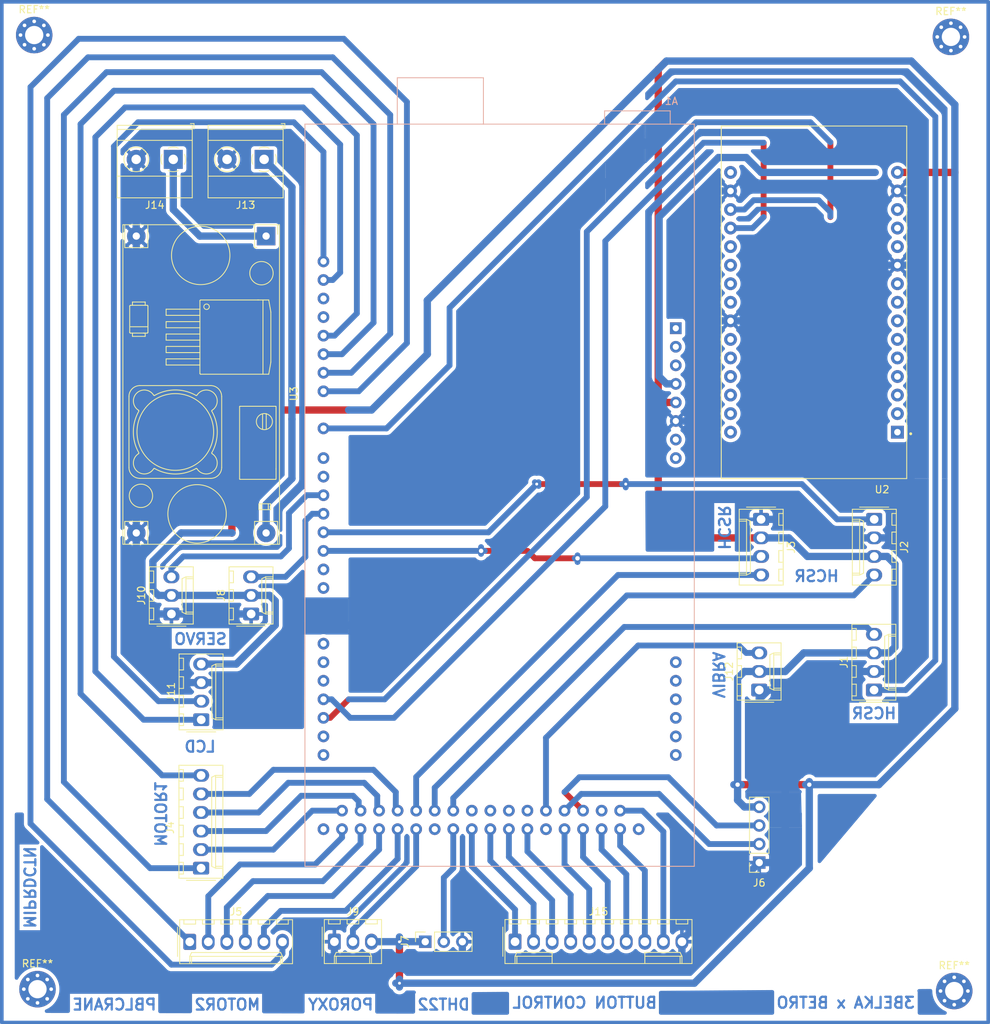
<source format=kicad_pcb>
(kicad_pcb (version 20221018) (generator pcbnew)
  (layers (0 "F.Cu" signal) (31 "B.Cu" signal) (34 "B.Paste" user) (35 "F.Paste" user) (36 "B.SilkS" user "B.Silkscreen") (37 "F.SilkS" user "F.Silkscreen") (38 "B.Mask" user) (39 "F.Mask" user) (44 "Edge.Cuts" user))
  (net 0 "")
  (net 1 "+5V")
  (net 2 "/Triq")
  (net 3 "/Echo")
  (net 4 "GND")
  (net 5 "/Triq1")
  (net 6 "/Echo1")
  (net 7 "/Triq2")
  (net 8 "/Echo2")
  (net 9 "/ENAa")
  (net 10 "/IN1a")
  (net 11 "/IN2a")
  (net 12 "/IN3a")
  (net 13 "/IN4a")
  (net 14 "/ENBa")
  (net 15 "/ENAb")
  (net 16 "/IN1b")
  (net 17 "/IN2b")
  (net 18 "/IN3b")
  (net 19 "/IN4b")
  (net 20 "/ENBb")
  (net 21 "/D_Sen5")
  (net 22 "/D_Sen4")
  (net 23 "/Sda")
  (net 24 "/Scl")
  (net 25 "/D_Sen3")
  (net 26 "/D_Sen2{slash}DT")
  (net 27 "/TX")
  (net 28 "/RX")
  (net 38 "/Sw9")
  (net 40 "/Sw7")
  (net 41 "/Sw8")
  (net 42 "/Sw5")
  (net 43 "/Sw6")
  (net 44 "/Sw3")
  (net 45 "/Sw4")
  (net 46 "/Sw1")
  (net 47 "/Sw2")
  (net 48 "/Sck{slash}Clk")
  (net 67 "Net-(U2-3V3-Pad11)")
  (net 86 "+3.3V")
  (net 87 "/D4_Servo")
  (net 90 "/D7_Servo")
  (net 94 "+12V")
  (net 95 "VCC")
  (footprint "TerminalBlock_Phoenix:TerminalBlock_Phoenix_MKDS-1,5-2-5.08_1x02_P5.08mm_Horizontal" (layer "F.Cu") (at 46.091 33.759726 180)
    (fp_text reference "J13")
    (fp_text value "V to mega")
  )
  (footprint "ESP 8266:MODULE_ZC563900" (layer "F.Cu") (at 121.41 53.323726 180)
    (fp_text reference "U2")
    (fp_text value "ZC563900")
  )
  (footprint "Connector_PinSocket_2.54mm:PinSocket_1x03_P2.54mm_Vertical" (layer "F.Cu") (at 68.159761 140.855749 90)
    (fp_text reference "J7")
    (fp_text value "Sen5_DHT22")
  )
  (footprint "Connector_PinSocket_2.54mm:PinSocket_1x04_P2.54mm_Vertical" (layer "F.Cu") (at 113.909 130.025726 180)
    (fp_text reference "J6")
    (fp_text value "Sen2_Load cell3")
  )
  (footprint "MountingHole:MountingHole_2.5mm_Pad_Via" (layer "F.Cu") (at 140.620175 147.607551)
    (fp_text reference "REF**")
    (fp_text value "hole")
  )
  (footprint "Connector_Molex:Molex_KK-254_AE-6410-03A_1x03_P2.54mm_Vertical" (layer "F.Cu") (at 33.391 95.989726 90)
    (fp_text reference "J10")
    (fp_text value "Servo_gripper")
  )
  (footprint "Connector_Molex:Molex_KK-254_AE-6410-10A_1x10_P2.54mm_Vertical" (layer "F.Cu") (at 80.460577 140.855749)
    (fp_text reference "J15")
    (fp_text value "Button Control")
  )
  (footprint "Connector_Molex:Molex_KK-254_AE-6410-06A_1x06_P2.54mm_Vertical" (layer "F.Cu") (at 35.901761 140.875749)
    (fp_text reference "J5")
    (fp_text value "Motor Driver2")
  )
  (footprint "MountingHole:MountingHole_2.5mm_Pad_Via" (layer "F.Cu") (at 14.595 16.741726)
    (fp_text reference "REF**")
    (fp_text value "hole")
  )
  (footprint "TerminalBlock_Phoenix:TerminalBlock_Phoenix_MKDS-1,5-2-5.08_1x02_P5.08mm_Horizontal" (layer "F.Cu") (at 33.645 33.759726 180)
    (fp_text reference "J14")
    (fp_text value "V_Sumber")
  )
  (footprint "stepdown:YAAJ_DCDC_StepDown_LM2596" (layer "F.Cu") (at 46.36 44.258726 -90)
    (fp_text reference "U3")
    (fp_text value "YAAJ_DCDC_StepDown_LM2596")
  )
  (footprint "Connector_Molex:Molex_KK-254_AE-6410-04A_1x04_P2.54mm_Vertical" (layer "F.Cu") (at 114.163 83.035726 -90)
    (fp_text reference "J3")
    (fp_text value "Hcsr_sen1")
  )
  (footprint "Connector_Molex:Molex_KK-254_AE-6410-04A_1x04_P2.54mm_Vertical" (layer "F.Cu") (at 129.637 106.403726 90)
    (fp_text reference "J1")
    (fp_text value "Hcsr_sen1")
  )
  (footprint "Connector_Molex:Molex_KK-254_AE-6410-03A_1x03_P2.54mm_Vertical" (layer "F.Cu") (at 113.909 106.403726 90)
    (fp_text reference "J12")
    (fp_text value "Sen3_Vibration")
  )
  (footprint "MountingHole:MountingHole_2.5mm_Pad_Via" (layer "F.Cu") (at 15.047175 147.353551)
    (fp_text reference "REF**")
    (fp_text value "hole")
  )
  (footprint "Connector_Molex:Molex_KK-254_AE-6410-03A_1x03_P2.54mm_Vertical" (layer "F.Cu") (at 44.313 95.989726 90)
    (fp_text reference "J8")
    (fp_text value "Servo_gripper")
  )
  (footprint "Connector_Molex:Molex_KK-254_AE-6410-04A_1x04_P2.54mm_Vertical" (layer "F.Cu") (at 129.657 83.035726 -90)
    (fp_text reference "J2")
    (fp_text value "Hcsr_sen1")
  )
  (footprint "MountingHole:MountingHole_2.5mm_Pad_Via" (layer "F.Cu") (at 140.168 16.995726)
    (fp_text reference "REF**")
    (fp_text value "hole")
  )
  (footprint "Connector_Molex:Molex_KK-254_AE-6410-03A_1x03_P2.54mm_Vertical" (layer "F.Cu") (at 55.713761 140.855749)
    (fp_text reference "J9")
    (fp_text value "Sen4_ProxiKapasitif")
  )
  (footprint "Connector_Molex:Molex_KK-254_AE-6410-04A_1x04_P2.54mm_Vertical" (layer "F.Cu") (at 37.475 110.467726 90)
    (fp_text reference "J11")
    (fp_text value "LCD_16x2")
  )
  (footprint "Connector_Molex:Molex_KK-254_AE-6410-06A_1x06_P2.54mm_Vertical" (layer "F.Cu") (at 37.455 130.787726 90)
    (fp_text reference "J4")
    (fp_text value "Motor Driver1")
  )
  (footprint "Arduino mega:ARDUINO_A000067" (layer "B.Cu") (at 78.349 79.733726 180)
    (fp_text reference "A1")
    (fp_text value "A000067")
  )
  (gr_rect (start 10.16 12.192) (end 145.278 151.92) (stroke (width 0.5)) (fill none) (layer "B.Cu"))
  (gr_text "HCSR" (at 124.968 91.694) (layer "B.Cu") (effects (font (size 1.5 1.5) (thickness 0.3) bold) (justify left bottom mirror)))
  (gr_text "HCSR" (at 108.204 87.376 -90) (layer "B.Cu") (effects (font (size 1.5 1.5) (thickness 0.3) bold) (justify left bottom mirror)))
  (gr_text "DHT22" (at 74.412 150.345726) (layer "B.Cu") (effects (font (size 1.5 1.5) (thickness 0.3) bold) (justify left bottom mirror)))
  (gr_text "MIPRDCTN" (at 13.048726 139.184 270) (layer "B.Cu") (effects (font (size 1.5 1.5) (thickness 0.3) bold) (justify left bottom mirror)))
  (gr_text "MOTOR2" (at 45.71 150.345726) (layer "B.Cu") (effects (font (size 1.5 1.5) (thickness 0.3) bold) (justify left bottom mirror)))
  (gr_text "POROXY" (at 61.204 150.345726) (layer "B.Cu") (effects (font (size 1.5 1.5) (thickness 0.3) bold) (justify left bottom mirror)))
  (gr_text "HCSR" (at 132.842 110.49) (layer "B.Cu") (effects (font (size 1.5 1.5) (thickness 0.3) bold) (justify left bottom mirror)))
  (gr_text "SERVO" (at 41.138 100.307726) (layer "B.Cu") (effects (font (size 1.5 1.5) (thickness 0.3) bold) (justify left bottom mirror)))
  (gr_text "LCD" (at 39.614 115.039726) (layer "B.Cu") (effects (font (size 1.5 1.5) (thickness 0.3) bold) (justify left bottom mirror)))
  (gr_text "3BELKA x BETRO  " (at 135.372 150.091726) (layer "B.Cu") (effects (font (size 1.5 1.5) (thickness 0.3) bold) (justify left bottom mirror)))
  (gr_text "VIBRA" (at 107.432 107.673726 -90) (layer "B.Cu") (effects (font (size 1.5 1.5) (thickness 0.3) bold) (justify left bottom mirror)))
  (gr_text "PBLCRANE" (at 31.486 150.345726) (layer "B.Cu") (effects (font (size 1.5 1.5) (thickness 0.3) bold) (justify left bottom mirror)))
  (gr_text "BUTTON CONTROL" (at 100.066 150.091726) (layer "B.Cu") (effects (font (size 1.5 1.5) (thickness 0.3) bold) (justify left bottom mirror)))
  (gr_text "MOTOR1" (at 30.978 127.993726 270) (layer "B.Cu") (effects (font (size 1.5 1.5) (thickness 0.3) bold) (justify left bottom mirror)))
  (segment (start 64.625807 146.528533) (end 64.633 146.535726) (width 1) (layer "F.Cu") (net 1))
  (segment (start 114.163 85.575726) (end 102.339726 85.575726) (width 1) (layer "F.Cu") (net 1))
  (segment (start 101.092 67.033726) (end 100.076 67.033726) (width 1) (layer "F.Cu") (net 1))
  (segment (start 102.339726 85.575726) (end 100.076 83.312) (width 1) (layer "F.Cu") (net 1))
  (segment (start 45.466 68.072) (end 57.658 68.072) (width 1) (layer "F.Cu") (net 1))
  (segment (start 100.076 68.072) (end 100.076 66.04) (width 1) (layer "F.Cu") (net 1))
  (segment (start 41.677073 71.860927) (end 45.466 68.072) (width 1) (layer "F.Cu") (net 1))
  (segment (start 102.479 67.033726) (end 101.092 67.033726) (width 1) (layer "F.Cu") (net 1))
  (segment (start 100.076 66.04) (end 100.076 21.424947) (width 1) (layer "F.Cu") (net 1))
  (segment (start 132.84 35.543726) (end 140.716 35.543726) (width 1) (layer "F.Cu") (net 1))
  (segment (start 100.076 21.424947) (end 101.081423 20.419524) (width 1) (layer "F.Cu") (net 1))
  (segment (start 101.069726 67.033726) (end 100.076 66.04) (width 1) (layer "F.Cu") (net 1))
  (segment (start 100.076 83.312) (end 100.076 68.072) (width 1) (layer "F.Cu") (net 1))
  (segment (start 64.625807 140.873536) (end 64.625807 146.528533) (width 1) (layer "F.Cu") (net 1))
  (segment (start 101.092 67.033726) (end 101.092 67.056) (width 1) (layer "F.Cu") (net 1))
  (segment (start 120.767 119.357726) (end 110.945509 119.357726) (width 1) (layer "F.Cu") (net 1))
  (segment (start 41.677073 84.925093) (end 41.677073 71.860927) (width 1) (layer "F.Cu") (net 1))
  (segment (start 101.092 67.033726) (end 101.069726 67.033726) (width 1) (layer "F.Cu") (net 1))
  (segment (start 101.092 67.056) (end 100.076 68.072) (width 1) (layer "F.Cu") (net 1))
  (via (at 64.625807 140.873536) (size 0.8) (drill 0.4) (layers "F.Cu" "B.Cu") (net 1))
  (via (at 120.767 119.357726) (size 0.8) (drill 0.6) (layers "F.Cu" "B.Cu") (net 1))
  (via (at 110.945509 119.357726) (size 0.8) (drill 0.6) (layers "F.Cu" "B.Cu") (net 1))
  (via (at 64.633 146.535726) (size 0.8) (drill 0.4) (layers "F.Cu" "B.Cu") (net 1))
  (segment (start 117.973 85.575726) (end 120.513 88.115726) (width 1) (layer "B.Cu") (net 1))
  (segment (start 132.504374 89.1851) (end 131.435 88.115726) (width 1) (layer "B.Cu") (net 1))
  (segment (start 110.945509 119.357726) (end 110.945509 104.795217) (width 1) (layer "B.Cu") (net 1))
  (segment (start 134.737 20.297726) (end 140.706 26.266726) (width 1) (layer "B.Cu") (net 1))
  (segment (start 60.800726 68.072) (end 68.443 60.429726) (width 1) (layer "B.Cu") (net 1))
  (segment (start 47.615 94.211726) (end 46.853 93.449726) (width 1) (layer "B.Cu") (net 1))
  (segment (start 33.391 93.449726) (end 31.613 93.449726) (width 1) (layer "B.Cu") (net 1))
  (segment (start 120.513 88.115726) (end 129.657 88.115726) (width 1) (layer "B.Cu") (net 1))
  (segment (start 140.706 108.943726) (end 130.292 119.357726) (width 1) (layer "B.Cu") (net 1))
  (segment (start 64.626481 145.990957) (end 64.626481 147.062881) (width 1) (layer "B.Cu") (net 1))
  (segment (start 30.851 88.779726) (end 34.732 84.898726) (width 1) (layer "B.Cu") (net 1))
  (segment (start 64.643594 140.855749) (end 68.159761 140.855749) (width 1) (layer "B.Cu") (net 1))
  (segment (start 101.209 20.297726) (end 134.737 20.297726) (width 1) (layer "B.Cu") (net 1))
  (segment (start 110.945509 119.357726) (end 110.945509 121.474235) (width 1) (layer "B.Cu") (net 1))
  (segment (start 68.443 53.063726) (end 101.209 20.297726) (width 1) (layer "B.Cu") (net 1))
  (segment (start 113.909 103.863726) (end 117.465 103.863726) (width 1) (layer "B.Cu") (net 1))
  (segment (start 31.613 93.449726) (end 30.851 92.687726) (width 1) (layer "B.Cu") (net 1))
  (segment (start 57.658 68.072) (end 60.800726 68.072) (width 1) (layer "B.Cu") (net 1))
  (segment (start 131.689 101.323726) (end 132.504374 100.508352) (width 1) (layer "B.Cu") (net 1))
  (segment (start 132.504374 100.508352) (end 132.504374 89.1851) (width 1) (layer "B.Cu") (net 1))
  (segment (start 30.851 92.687726) (end 30.851 88.779726) (width 1) (layer "B.Cu") (net 1))
  (segment (start 111.877 122.405726) (end 113.909 122.405726) (width 1) (layer "B.Cu") (net 1))
  (segment (start 111.877 103.863726) (end 113.909 103.863726) (width 1) (layer "B.Cu") (net 1))
  (segment (start 37.475 102.847726) (end 42.281 102.847726) (width 1) (layer "B.Cu") (net 1))
  (segment (start 64.626481 140.208) (end 64.626481 141.478) (width 1) (layer "B.Cu") (net 1))
  (segment (start 120.767 130.787726) (end 120.767 118.95548) (width 1) (layer "B.Cu") (net 1))
  (segment (start 120.767 118.95548) (end 120.762072 118.950552) (width 1) (layer "B.Cu") (net 1))
  (segment (start 129.637 101.323726) (end 131.689 101.323726) (width 1) (layer "B.Cu") (net 1))
  (segment (start 68.443 60.429726) (end 68.443 53.063726) (width 1) (layer "B.Cu") (net 1))
  (segment (start 47.615 97.513726) (end 47.615 94.211726) (width 1) (layer "B.Cu") (net 1))
  (segment (start 130.292 119.357726) (end 120.259 119.357726) (width 1) (layer "B.Cu") (net 1))
  (segment (start 110.435742 119.357726) (end 111.44572 119.357726) (width 1) (layer "B.Cu") (net 1))
  (segment (start 110.945509 121.474235) (end 111.877 122.405726) (width 1) (layer "B.Cu") (net 1))
  (segment (start 64.60802 140.855749) (end 64.625807 140.873536) (width 1) (layer "B.Cu") (net 1))
  (segment (start 64.125 146.535726) (end 105.019 146.535726) (width 1) (layer "B.Cu") (net 1))
  (segment (start 131.435 88.115726) (end 129.657 88.115726) (width 1) (layer "B.Cu") (net 1))
  (segment (start 140.706 26.266726) (end 140.706 108.943726) (width 1) (layer "B.Cu") (net 1))
  (segment (start 41.681279 84.898726) (end 41.684776 84.895229) (width 1) (layer "B.Cu") (net 1))
  (segment (start 117.465 103.863726) (end 120.005 101.323726) (width 1) (layer "B.Cu") (net 1))
  (segment (start 105.019 146.535726) (end 120.767 130.787726) (width 1) (layer "B.Cu") (net 1))
  (segment (start 60.793761 140.855749) (end 64.60802 140.855749) (width 1) (layer "B.Cu") (net 1))
  (segment (start 42.281 102.847726) (end 47.615 97.513726) (width 1) (layer "B.Cu") (net 1))
  (segment (start 46.853 93.449726) (end 44.313 93.449726) (width 1) (layer "B.Cu") (net 1))
  (segment (start 120.005 101.323726) (end 129.637 101.323726) (width 1) (layer "B.Cu") (net 1))
  (segment (start 33.391 93.449726) (end 44.313 93.449726) (width 1) (layer "B.Cu") (net 1))
  (segment (start 114.163 85.575726) (end 117.973 85.575726) (width 1) (layer "B.Cu") (net 1))
  (segment (start 110.945509 104.795217) (end 111.877 103.863726) (width 1) (layer "B.Cu") (net 1))
  (segment (start 34.732 84.898726) (end 41.681279 84.898726) (width 1) (layer "B.Cu") (net 1))
  (segment (start 64.625807 140.873536) (end 64.643594 140.855749) (width 1) (layer "B.Cu") (net 1))
  (segment (start 71.491 61.953726) (end 62.855 70.589726) (width 0.8) (layer "B.Cu") (net 2))
  (segment (start 133.975 106.403726) (end 138.039 102.339726) (width 0.8) (layer "B.Cu") (net 2))
  (segment (start 62.855 70.589726) (end 54.219 70.589726) (width 0.8) (layer "B.Cu") (net 2))
  (segment (start 71.491 54.079726) (end 71.491 61.953726) (width 0.8) (layer "B.Cu") (net 2))
  (segment (start 133.213 23.091726) (end 102.479 23.091726) (width 0.8) (layer "B.Cu") (net 2))
  (segment (start 102.479 23.091726) (end 71.491 54.079726) (width 0.8) (layer "B.Cu") (net 2))
  (segment (start 138.039 102.339726) (end 138.039 27.917726) (width 0.8) (layer "B.Cu") (net 2))
  (segment (start 138.039 27.917726) (end 133.213 23.091726) (width 0.8) (layer "B.Cu") (net 2))
  (segment (start 129.637 106.403726) (end 133.975 106.403726) (width 0.8) (layer "B.Cu") (net 2))
  (segment (start 71.999 122.913726) (end 71.999 121.194226) (width 0.8) (layer "B.Cu") (net 3))
  (segment (start 71.999 121.194226) (end 95.4255 97.767726) (width 0.8) (layer "B.Cu") (net 3))
  (segment (start 95.4255 97.767726) (end 128.621 97.767726) (width 0.8) (layer "B.Cu") (net 3))
  (segment (start 128.621 97.767726) (end 129.637 98.783726) (width 0.8) (layer "B.Cu") (net 3))
  (segment (start 115.179 106.403726) (end 119.497 106.403726) (width 1) (layer "B.Cu") (net 4))
  (segment (start 134.743 38.071726) (end 135.753 37.061726) (width 1) (layer "B.Cu") (net 4))
  (segment (start 113.909 130.025726) (end 115.687 130.025726) (width 1) (layer "B.Cu") (net 4))
  (segment (start 123.561 55.857726) (end 123.561 54.333726) (width 1) (layer "B.Cu") (net 4))
  (segment (start 135.753 39.093726) (end 135.753 46.967726) (width 1) (layer "B.Cu") (net 4))
  (segment (start 122.291 55.857726) (end 123.561 57.127726) (width 1) (layer "B.Cu") (net 4))
  (segment (start 103.320577 140.614149) (end 113.909 130.025726) (width 1) (layer "B.Cu") (net 4))
  (segment (start 28.58 100.068726) (end 33.899 105.387726) (width 1) (layer "B.Cu") (net 4))
  (segment (start 51.656726 97.536) (end 69.182726 97.536) (width 1) (layer "B.Cu") (net 4))
  (segment (start 43.805 105.387726) (end 51.656726 97.536) (width 1) (layer "B.Cu") (net 4))
  (segment (start 113.909 107.673726) (end 113.909 106.403726) (width 1) (layer "B.Cu") (net 4))
  (segment (start 113.909 107.673726) (end 115.179 106.403726) (width 1) (layer "B.Cu") (net 4))
  (segment (start 28.58 84.898726) (end 28.58 94.889726) (width 1) (layer "B.Cu") (net 4))
  (segment (start 118.989 55.857726) (end 118.983 55.863726) (width 1) (layer "B.Cu") (net 4))
  (segment (start 134.737 84.559726) (end 134.737 77.701726) (width 1) (layer "B.Cu") (net 4))
  (segment (start 135.747 38.083726) (end 135.753 38.077726) (width 1) (layer "B.Cu") (net 4))
  (segment (start 29.73 95.989726) (end 29.68 95.989726) (width 1) (layer "B.Cu") (net 4))
  (segment (start 73.239761 142.979726) (end 73.239761 140.855749) (width 1) (layer "B.Cu") (net 4))
  (segment (start 29.68 95.989726) (end 28.58 94.889726) (width 1) (layer "B.Cu") (net 4))
  (segment (start 28.58 97.139726) (end 28.58 100.068726) (width 1) (layer "B.Cu") (net 4))
  (segment (start 123.561 54.333726) (end 123.561 50.777726) (width 1) (layer "B.Cu") (net 4))
  (segment (start 133.721 85.575726) (end 134.737 85.575726) (width 1) (layer "B.Cu") (net 4))
  (segment (start 33.899 105.387726) (end 37.475 105.387726) (width 1) (layer "B.Cu") (net 4))
  (segment (start 103.320577 142.646149) (end 101.857253 144.109473) (width 1) (layer "B.Cu") (net 4))
  (segment (start 103.320577 140.855749) (end 103.320577 142.646149) (width 1) (layer "B.Cu") (net 4))
  (segment (start 29.73 95.989726) (end 28.58 97.139726) (width 1) (layer "B.Cu") (net 4))
  (segment (start 135.753 29.695726) (end 135.753 37.061726) (width 1) (layer "B.Cu") (net 4))
  (segment (start 134.737 38.083726) (end 134.743 38.083726) (width 1) (layer "B.Cu") (net 4))
  (segment (start 28.58 44.258726) (end 28.58 84.898726) (width 1) (layer "B.Cu") (net 4))
  (segment (start 132.959 103.863726) (end 134.737 102.085726) (width 1) (layer "B.Cu") (net 4))
  (segment (start 118.983 55.863726) (end 109.98 55.863726) (width 1) (layer "B.Cu") (net 4))
  (segment (start 134.737 77.701726) (end 123.561 66.525726) (width 1) (layer "B.Cu") (net 4))
  (segment (start 135.753 38.077726) (end 135.753 39.093726) (width 1) (layer "B.Cu") (net 4))
  (segment (start 135.753 46.967726) (end 134.477 48.243726) (width 1) (layer "B.Cu") (net 4))
  (segment (start 107.305 55.863726) (end 107.305 55.857726) (width 1) (layer "B.Cu") (net 4))
  (segment (start 106.289 67.541726) (end 104.257 69.573726) (width 1) (layer "B.Cu") (net 4))
  (segment (start 113.909 115.039726) (end 113.909 107.673726) (width 1) (layer "B.Cu") (net 4))
  (segment (start 119.497 106.403726) (end 122.037 103.863726) (width 1) (layer "B.Cu") (net 4))
  (segment (start 123.561 54.587726) (end 123.561 54.333726) (width 1) (layer "B.Cu") (net 4))
  (segment (start 37.963 30.711726) (end 41.011 33.759726) (width 1) (layer "B.Cu") (net 4))
  (segment (start 126.095 48.243726) (end 132.84 48.243726) (width 1) (layer "B.Cu") (net 4))
  (segment (start 109.98 38.083726) (end 108.315 38.083726) (width 1) (layer "B.Cu") (net 4))
  (segment (start 107.305 55.857726) (end 106.289 54.841726) (width 1) (layer "B.Cu") (net 4))
  (segment (start 133.721 85.575726) (end 134.737 84.559726) (width 1) (layer "B.Cu") (net 4))
  (segment (start 29.741 95.989726) (end 44.313 95.989726) (width 1) (layer "B.Cu") (net 4))
  (segment (start 134.737 102.085726) (end 134.737 86.591726) (width 1) (layer "B.Cu") (net 4))
  (segment (start 122.291 55.857726) (end 123.561 55.857726) (width 1) (layer "B.Cu") (net 4))
  (segment (start 106.289 56.873726) (end 106.289 67.541726) (width 1) (layer "B.Cu") (net 4))
  (segment (start 106.289 56.873726) (end 106.295 56.873726) (width 1) (layer "B.Cu") (net 4))
  (segment (start 106.295 56.873726) (end 107.305 55.863726) (width 1) (layer "B.Cu") (net 4))
  (segment (start 122.037 103.863726) (end 132.959 103.863726) (width 1) (layer "B.Cu") (net 4))
  (segment (start 134.743 38.083726) (end 134.743 38.071726) (width 1) (layer "B.Cu") (net 4))
  (segment (start 28.58 94.889726) (end 28.58 97.139726) (width 1) (layer "B.Cu") (net 4))
  (segment (start 106.295 55.863726) (end 106.289 55.857726) (width 1) (layer "B.Cu") (net 4))
  (segment (start 117.465 118.595726) (end 113.909 115.039726) (width 1) (layer "B.Cu") (net 4))
  (segment (start 123.561 57.127726) (end 123.561 55.857726) (width 1) (layer "B.Cu") (net 4))
  (segment (start 106.289 40.109726) (end 106.289 54.841726) (width 1) (layer "B.Cu") (net 4))
  (segment (start 123.561 66.525726) (end 123.561 57.127726) (width 1) (layer "B.Cu") (net 4))
  (segment (start 28.57 33.764726) (end 28.565 33.759726) (width 1) (layer "B.Cu") (net 4))
  (segment (start 132.84 38.083726) (end 134.737 38.083726) (width 1) (layer "B.Cu") (net 4))
  (segment (start 55.713761 142.442487) (end 55.713761 140.855749) (width 1) (layer "B.Cu") (net 4))
  (segment (start 87.747 78.971726) (end 87.747 42.141726) (width 1) (layer "B.Cu") (net 4))
  (segment (start 120.005 83.035726) (end 122.545 85.575726) (width 1) (layer "B.Cu") (net 4))
  (segment (start 134.737 86.591726) (end 134.737 84.559726) (width 1) (layer "B.Cu") (net 4))
  (segment (start 131.943 25.885726) (end 135.753 29.695726) (width 1) (layer "B.Cu") (net 4))
  (segment (start 73.239761 144.101812) (end 73.239761 142.979726) (width 1) (layer "B.Cu") (net 4))
  (segment (start 73.239761 143.064234) (end 73.239761 143.122712) (width 1) (layer "B.Cu") (net 4))
  (segment (start 28.57 44.248726) (end 28.57 33.764726) (width 1) (layer "B.Cu") (net 4))
  (segment (start 29.741 95.989726) (end 29.73 95.989726) (width 1) (layer "B.Cu") (net 4))
  (segment (start 101.857253 144.109473) (end 74.285 144.109473) (width 1) (layer "B.Cu") (net 4))
  (segment (start 28.58 95.989726) (end 29.741 95.989726) (width 1) (layer "B.Cu") (net 4))
  (segment (start 73.239761 142.979726) (end 73.239761 143.064234) (width 1) (layer "B.Cu") (net 4))
  (segment (start 104.257 69.573726) (end 102.479 69.573726) (width 1) (layer "B.Cu") (net 4))
  (segment (start 114.163 83.035726) (end 120.005 83.035726) (width 1) (layer "B.Cu") (net 4))
  (segment (start 122.545 85.575726) (end 129.657 85.575726) (width 1) (layer "B.Cu") (net 4))
  (segment (start 37.475 105.387726) (end 43.805 105.387726) (width 1) (layer "B.Cu") (net 4))
  (segment (start 134.737 38.083726) (end 135.747 38.083726) (width 1) (layer "B.Cu") (net 4))
  (segment (start 73.239761 143.122712) (end 72.253 144.109473) (width 1) (layer "B.Cu") (net 4))
  (segment (start 103.320577 140.855749) (end 103.320577 140.614149) (width 1) (layer "B.Cu") (net 4))
  (segment (start 129.657 85.575726) (end 133.721 85.575726) (width 1) (layer "B.Cu") (net 4))
  (segment (start 73.247422 144.109473) (end 73.239761 144.101812) (width 1) (layer "B.Cu") (net 4))
  (segment (start 72.253 144.109473) (end 57.380747 144.109473) (width 1) (layer "B.Cu") (net 4))
  (segment (start 108.315 38.083726) (end 106.289 40.109726) (width 1) (layer "B.Cu") (net 4))
  (segment (start 134.477 48.243726) (end 132.84 48.243726) (width 1) (layer "B.Cu") (net 4))
  (segment (start 113.909 106.403726) (end 115.179 106.403726) (width 1) (layer "B.Cu") (net 4))
  (segment (start 135.753 37.061726) (end 135.753 38.077726) (width 1) (layer "B.Cu") (net 4))
  (segment (start 73.239761 143.064234) (end 74.285 144.109473) (width 1) (layer "B.Cu") (net 4))
  (segment (start 107.305 55.863726) (end 106.295 55.863726) (width 1) (layer "B.Cu") (net 4))
  (segment (start 134.743 38.083726) (end 135.753 39.093726) (width 1) (layer "B.Cu") (net 4))
  (segment (start 74.285 144.109473) (end 72.253 144.109473) (width 1) (layer "B.Cu") (net 4))
  (segment (start 106.289 55.857726) (end 106.289 56.873726) (width 1) (layer "B.Cu") (net 4))
  (segment (start 123.561 50.777726) (end 126.095 48.243726) (width 1) (layer "B.Cu") (net 4))
  (segment (start 133.721 85.575726) (end 134.737 86.591726) (width 1) (layer "B.Cu") (net 4))
  (segment (start 31.613 30.711726) (end 37.963 30.711726) (width 1) (layer "B.Cu") (net 4))
  (segment (start 104.003 25.885726) (end 131.943 25.885726) (width 1) (layer "B.Cu") (net 4))
  (segment (start 109.98 55.863726) (end 107.305 55.863726) (width 1) (layer "B.Cu") (net 4))
  (segment (start 118.989 55.857726) (end 122.291 55.857726) (width 1) (layer "B.Cu") (net 4))
  (segment (start 122.291 55.857726) (end 123.561 54.587726) (width 1) (layer "B.Cu") (net 4))
  (segment (start 115.687 130.025726) (end 117.465 128.247726) (width 1) (layer "B.Cu") (net 4))
  (segment (start 87.747 42.141726) (end 104.003 25.885726) (width 1) (layer "B.Cu") (net 4))
  (segment (start 28.565 33.759726) (end 31.613 30.711726) (width 1) (layer "B.Cu") (net 4))
  (segment (start 28.58 44.258726) (end 28.57 44.248726) (width 1) (layer "B.Cu") (net 4))
  (segment (start 106.289 54.841726) (end 106.289 55.857726) (width 1) (layer "B.Cu") (net 4))
  (segment (start 57.380747 144.109473) (end 55.713761 142.442487) (width 1) (layer "B.Cu") (net 4))
  (segment (start 69.182726 97.536) (end 87.747 78.971726) (width 1) (layer "B.Cu") (net 4))
  (segment (start 117.465 128.247726) (end 117.465 118.595726) (width 1) (layer "B.Cu") (net 4))
  (segment (start 83.429 78.209726) (end 95.621 78.209726) (width 0.8) (layer "F.Cu") (net 5))
  (via (at 83.429 78.209726) (size 0.8) (drill 0.4) (layers "F.Cu" "B.Cu") (net 5))
  (via (at 95.621 78.209726) (size 0.8) (drill 0.4) (layers "F.Cu" "B.Cu") (net 5))
  (segment (start 119.751 78.209726) (end 95.113 78.209726) (width 0.8) (layer "B.Cu") (net 5))
  (segment (start 95.621 77.748815) (end 95.621 78.662546) (width 0.8) (layer "B.Cu") (net 5))
  (segment (start 129.657 83.035726) (end 124.577 83.035726) (width 0.8) (layer "B.Cu") (net 5))
  (segment (start 124.577 83.035726) (end 119.751 78.209726) (width 0.8) (layer "B.Cu") (net 5))
  (segment (start 83.683 78.463726) (end 83.175 77.955726) (width 0.8) (layer "B.Cu") (net 5))
  (segment (start 54.219 84.813726) (end 76.825 84.813726) (width 0.8) (layer "B.Cu") (net 5))
  (segment (start 76.825 84.813726) (end 83.683 77.955726) (width 0.8) (layer "B.Cu") (net 5))
  (segment (start 129.657 90.655726) (end 126.863 93.449726) (width 0.8) (layer "B.Cu") (net 6))
  (segment (start 95.78 93.449726) (end 69.459 119.770726) (width 0.8) (layer "B.Cu") (net 6))
  (segment (start 69.459 119.770726) (end 69.459 122.913726) (width 0.8) (layer "B.Cu") (net 6))
  (segment (start 126.863 93.449726) (end 95.78 93.449726) (width 0.8) (layer "B.Cu") (net 6))
  (segment (start 83.175 88.369726) (end 89.017 88.369726) (width 0.8) (layer "F.Cu") (net 7))
  (segment (start 82.159 87.353726) (end 83.175 88.369726) (width 0.8) (layer "F.Cu") (net 7))
  (segment (start 75.809 87.353726) (end 82.159 87.353726) (width 0.8) (layer "F.Cu") (net 7))
  (via (at 89.017 88.369726) (size 0.8) (drill 0.6) (layers "F.Cu" "B.Cu") (net 7))
  (via (at 75.809 87.353726) (size 0.8) (drill 0.6) (layers "F.Cu" "B.Cu") (net 7))
  (segment (start 75.809 86.84035) (end 75.809 87.759457) (width 0.8) (layer "B.Cu") (net 7))
  (segment (start 54.219 87.353726) (end 76.317 87.353726) (width 0.8) (layer "B.Cu") (net 7))
  (segment (start 88.636 88.369726) (end 113.909 88.369726) (width 0.8) (layer "B.Cu") (net 7))
  (segment (start 113.909 88.369726) (end 114.163 88.115726) (width 0.8) (layer "B.Cu") (net 7))
  (segment (start 89.017 87.963995) (end 89.017 88.877726) (width 0.8) (layer "B.Cu") (net 7))
  (segment (start 94.565527 90.655726) (end 114.163 90.655726) (width 0.8) (layer "B.Cu") (net 8))
  (segment (start 66.919 122.913726) (end 66.919 118.302253) (width 0.8) (layer "B.Cu") (net 8))
  (segment (start 66.919 118.302253) (end 94.565527 90.655726) (width 0.8) (layer "B.Cu") (net 8))
  (segment (start 37.455 130.787726) (end 30.47 130.787726) (width 0.8) (layer "B.Cu") (net 9))
  (segment (start 53.965 21.821726) (end 61.077 28.933726) (width 0.8) (layer "B.Cu") (net 9))
  (segment (start 24.501 21.821726) (end 53.965 21.821726) (width 0.8) (layer "B.Cu") (net 9))
  (segment (start 61.077 28.933726) (end 61.077 56.111726) (width 0.8) (layer "B.Cu") (net 9))
  (segment (start 61.077 56.111726) (end 56.759 60.429726) (width 0.8) (layer "B.Cu") (net 9))
  (segment (start 18.659 118.976726) (end 18.659 27.663726) (width 0.8) (layer "B.Cu") (net 9))
  (segment (start 56.759 60.429726) (end 54.219 60.429726) (width 0.8) (layer "B.Cu") (net 9))
  (segment (start 18.659 27.663726) (end 24.501 21.821726) (width 0.8) (layer "B.Cu") (net 9))
  (segment (start 30.47 130.787726) (end 18.659 118.976726) (width 0.8) (layer "B.Cu") (net 9))
  (segment (start 47.361 128.247726) (end 37.455 128.247726) (width 0.8) (layer "B.Cu") (net 10))
  (segment (start 52.695 122.913726) (end 47.361 128.247726) (width 0.8) (layer "B.Cu") (net 10))
  (segment (start 56.505 122.913726) (end 52.695 122.913726) (width 0.8) (layer "B.Cu") (net 10))
  (segment (start 59.045 122.913726) (end 59.045 121.643726) (width 0.8) (layer "B.Cu") (net 11))
  (segment (start 51.171 120.881726) (end 46.345 125.707726) (width 0.8) (layer "B.Cu") (net 11))
  (segment (start 58.283 120.881726) (end 51.171 120.881726) (width 0.8) (layer "B.Cu") (net 11))
  (segment (start 46.345 125.707726) (end 37.455 125.707726) (width 0.8) (layer "B.Cu") (net 11))
  (segment (start 59.045 121.643726) (end 58.283 120.881726) (width 0.8) (layer "B.Cu") (net 11))
  (segment (start 59.807 119.103726) (end 61.585 120.881726) (width 0.8) (layer "B.Cu") (net 12))
  (segment (start 37.455 123.167726) (end 45.329 123.167726) (width 0.8) (layer "B.Cu") (net 12))
  (segment (start 45.329 123.167726) (end 49.393 119.103726) (width 0.8) (layer "B.Cu") (net 12))
  (segment (start 61.585 120.881726) (end 61.585 122.913726) (width 0.8) (layer "B.Cu") (net 12))
  (segment (start 49.393 119.103726) (end 59.807 119.103726) (width 0.8) (layer "B.Cu") (net 12))
  (segment (start 64.125 120.373726) (end 61.077 117.325726) (width 0.8) (layer "B.Cu") (net 13))
  (segment (start 44.059 120.627726) (end 37.455 120.627726) (width 0.8) (layer "B.Cu") (net 13))
  (segment (start 64.125 122.913726) (end 64.125 120.373726) (width 0.8) (layer "B.Cu") (net 13))
  (segment (start 47.361 117.325726) (end 44.059 120.627726) (width 0.8) (layer "B.Cu") (net 13))
  (segment (start 61.077 117.325726) (end 47.361 117.325726) (width 0.8) (layer "B.Cu") (net 13))
  (segment (start 55.743 57.889726) (end 54.219 57.889726) (width 0.8) (layer "B.Cu") (net 14))
  (segment (start 20.945 28.933726) (end 25.517 24.361726) (width 0.8) (layer "B.Cu") (net 14))
  (segment (start 25.517 24.361726) (end 52.695 24.361726) (width 0.8) (layer "B.Cu") (net 14))
  (segment (start 52.695 24.361726) (end 58.791 30.457726) (width 0.8) (layer "B.Cu") (net 14))
  (segment (start 20.945 106.911726) (end 20.945 28.933726) (width 0.8) (layer "B.Cu") (net 14))
  (segment (start 37.455 118.087726) (end 32.121 118.087726) (width 0.8) (layer "B.Cu") (net 14))
  (segment (start 58.791 54.841726) (end 55.743 57.889726) (width 0.8) (layer "B.Cu") (net 14))
  (segment (start 58.791 30.457726) (end 58.791 54.841726) (width 0.8) (layer "B.Cu") (net 14))
  (segment (start 32.121 118.087726) (end 20.945 106.911726) (width 0.8) (layer "B.Cu") (net 14))
  (segment (start 16.373 25.377726) (end 21.961 19.789726) (width 0.8) (layer "B.Cu") (net 15))
  (segment (start 55.489 19.789726) (end 63.363 27.663726) (width 0.8) (layer "B.Cu") (net 15))
  (segment (start 63.363 27.663726) (end 63.363 57.635726) (width 0.8) (layer "B.Cu") (net 15))
  (segment (start 16.373 121.346988) (end 16.373 25.377726) (width 0.8) (layer "B.Cu") (net 15))
  (segment (start 35.901761 140.875749) (end 16.373 121.346988) (width 0.8) (layer "B.Cu") (net 15))
  (segment (start 21.961 19.789726) (end 55.489 19.789726) (width 0.8) (layer "B.Cu") (net 15))
  (segment (start 63.363 57.635726) (end 58.029 62.969726) (width 0.8) (layer "B.Cu") (net 15))
  (segment (start 58.029 62.969726) (end 54.219 62.969726) (width 0.8) (layer "B.Cu") (net 15))
  (segment (start 38.441761 134.626965) (end 38.441761 140.875749) (width 0.8) (layer "B.Cu") (net 16))
  (segment (start 56.759 126.596726) (end 53.076 130.279726) (width 0.8) (layer "B.Cu") (net 16))
  (segment (start 56.759 125.453726) (end 56.759 126.596726) (width 0.8) (layer "B.Cu") (net 16))
  (segment (start 42.789 130.279726) (end 38.441761 134.626965) (width 0.8) (layer "B.Cu") (net 16))
  (segment (start 53.076 130.279726) (end 42.789 130.279726) (width 0.8) (layer "B.Cu") (net 16))
  (segment (start 44.567 132.565726) (end 54.152499 132.565726) (width 0.8) (layer "B.Cu") (net 17))
  (segment (start 54.152499 132.565726) (end 59.299 127.419225) (width 0.8) (layer "B.Cu") (net 17))
  (segment (start 40.981761 140.875749) (end 40.981761 136.150965) (width 0.8) (layer "B.Cu") (net 17))
  (segment (start 59.299 127.419225) (end 59.299 125.453726) (width 0.8) (layer "B.Cu") (net 17))
  (segment (start 40.981761 136.150965) (end 44.567 132.565726) (width 0.8) (layer "B.Cu") (net 17))
  (segment (start 43.521761 137.674965) (end 46.599 134.597726) (width 0.8) (layer "B.Cu") (net 18))
  (segment (start 43.521761 140.875749) (end 43.521761 137.674965) (width 0.8) (layer "B.Cu") (net 18))
  (segment (start 61.839 128.247726) (end 61.839 125.453726) (width 0.8) (layer "B.Cu") (net 18))
  (segment (start 55.489 134.597726) (end 61.839 128.247726) (width 0.8) (layer "B.Cu") (net 18))
  (segment (start 46.599 134.597726) (end 55.489 134.597726) (width 0.8) (layer "B.Cu") (net 18))
  (segment (start 48.377 136.629726) (end 57.267 136.629726) (width 0.8) (layer "B.Cu") (net 19))
  (segment (start 57.267 136.629726) (end 64.379 129.517726) (width 0.8) (layer "B.Cu") (net 19))
  (segment (start 64.379 129.517726) (end 64.379 125.453726) (width 0.8) (layer "B.Cu") (net 19))
  (segment (start 46.061761 138.944965) (end 48.377 136.629726) (width 0.8) (layer "B.Cu") (net 19))
  (segment (start 46.061761 140.875749) (end 46.061761 138.944965) (width 0.8) (layer "B.Cu") (net 19))
  (segment (start 48.601761 142.500965) (end 47.107 143.995726) (width 0.8) (layer "B.Cu") (net 20))
  (segment (start 33.391 143.995726) (end 14.087 124.691726) (width 0.8) (layer "B.Cu") (net 20))
  (segment (start 59.045 65.509726) (end 54.219 65.509726) (width 0.8) (layer "B.Cu") (net 20))
  (segment (start 65.649 58.905726) (end 59.045 65.509726) (width 0.8) (layer "B.Cu") (net 20))
  (segment (start 57.013 17.249726) (end 65.649 25.885726) (width 0.8) (layer "B.Cu") (net 20))
  (segment (start 20.691 17.249726) (end 57.013 17.249726) (width 0.8) (layer "B.Cu") (net 20))
  (segment (start 47.107 143.995726) (end 33.391 143.995726) (width 0.8) (layer "B.Cu") (net 20))
  (segment (start 14.087 23.853726) (end 20.691 17.249726) (width 0.8) (layer "B.Cu") (net 20))
  (segment (start 65.649 25.885726) (end 65.649 58.905726) (width 0.8) (layer "B.Cu") (net 20))
  (segment (start 48.601761 140.875749) (end 48.601761 142.500965) (width 0.8) (layer "B.Cu") (net 20))
  (segment (start 14.087 124.691726) (end 14.087 23.853726) (width 0.8) (layer "B.Cu") (net 20))
  (segment (start 70.699761 132.086965) (end 71.999 130.787726) (width 0.8) (layer "B.Cu") (net 21))
  (segment (start 71.999 130.787726) (end 71.999 125.453726) (width 0.8) (layer "B.Cu") (net 21))
  (segment (start 70.699761 140.855749) (end 70.699761 132.086965) (width 0.8) (layer "B.Cu") (net 21))
  (segment (start 66.919 130.533726) (end 66.919 125.453726) (width 0.8) (layer "B.Cu") (net 22))
  (segment (start 58.253761 139.198965) (end 66.919 130.533726) (width 0.8) (layer "B.Cu") (net 22))
  (segment (start 58.253761 140.855749) (end 58.253761 139.198965) (width 0.8) (layer "B.Cu") (net 22))
  (segment (start 27.041 26.647726) (end 51.425 26.647726) (width 0.8) (layer "B.Cu") (net 23))
  (segment (start 56.505 49.253726) (end 55.489 50.269726) (width 0.8) (layer "B.Cu") (net 23))
  (segment (start 22.977 103.863726) (end 22.977 30.711726) (width 0.8) (layer "B.Cu") (net 23))
  (segment (start 37.475 110.467726) (end 29.581 110.467726) (width 0.8) (layer "B.Cu") (net 23))
  (segment (start 55.489 50.269726) (end 54.219 50.269726) (width 0.8) (layer "B.Cu") (net 23))
  (segment (start 56.505 31.727726) (end 56.505 49.253726) (width 0.8) (layer "B.Cu") (net 23))
  (segment (start 29.581 110.467726) (end 22.977 103.863726) (width 0.8) (layer "B.Cu") (net 23))
  (segment (start 51.425 26.647726) (end 56.505 31.727726) (width 0.8) (layer "B.Cu") (net 23))
  (segment (start 22.977 30.711726) (end 27.041 26.647726) (width 0.8) (layer "B.Cu") (net 23))
  (segment (start 31.613 107.927726) (end 25.517 101.831726) (width 0.8) (layer "B.Cu") (net 24))
  (segment (start 50.155 28.679726) (end 54.219 32.743726) (width 0.8) (layer "B.Cu") (net 24))
  (segment (start 28.819 28.679726) (end 50.155 28.679726) (width 0.8) (layer "B.Cu") (net 24))
  (segment (start 25.517 31.981726) (end 28.819 28.679726) (width 0.8) (layer "B.Cu") (net 24))
  (segment (start 37.475 107.927726) (end 31.613 107.927726) (width 0.8) (layer "B.Cu") (net 24))
  (segment (start 25.517 101.831726) (end 25.517 31.981726) (width 0.8) (layer "B.Cu") (net 24))
  (segment (start 54.219 32.743726) (end 54.219 47.729726) (width 0.8) (layer "B.Cu") (net 24))
  (segment (start 113.909 101.577726) (end 113.909 101.323726) (width 0.8) (layer "B.Cu") (net 25))
  (segment (start 113.909 101.323726) (end 112.131 101.323726) (width 0.8) (layer "B.Cu") (net 25))
  (segment (start 111.115 100.307726) (end 97.323 100.307726) (width 0.8) (layer "B.Cu") (net 25))
  (segment (start 112.131 101.323726) (end 111.115 100.307726) (width 0.8) (layer "B.Cu") (net 25))
  (segment (start 84.699 112.931726) (end 84.699 122.913726) (width 0.8) (layer "B.Cu") (net 25))
  (segment (start 97.323 100.307726) (end 84.699 112.931726) (width 0.8) (layer "B.Cu") (net 25))
  (segment (start 89.525 120.627726) (end 87.239 122.913726) (width 0.8) (layer "B.Cu") (net 26))
  (segment (start 100.193 120.627726) (end 89.525 120.627726) (width 0.8) (layer "B.Cu") (net 26))
  (segment (start 113.909 127.485726) (end 107.051 127.485726) (width 0.8) (layer "B.Cu") (net 26))
  (segment (start 107.051 127.485726) (end 100.193 120.627726) (width 0.8) (layer "B.Cu") (net 26))
  (segment (start 114.51 41.656) (end 114.51 31.473726) (width 0.8) (layer "F.Cu") (net 27))
  (segment (start 106.289 31.473726) (end 92.827 44.935726) (width 0.8) (layer "B.Cu") (net 27))
  (segment (start 92.827 44.935726) (end 92.827 81.257726) (width 0.8) (layer "B.Cu") (net 27))
  (segment (start 109.98 43.163726) (end 113.002274 43.163726) (width 0.8) (layer "B.Cu") (net 27))
  (segment (start 63.871 110.213726) (end 57.889726 110.213726) (width 0.8) (layer "B.Cu") (net 27))
  (segment (start 57.889726 110.213726) (end 55.349726 107.673726) (width 0.8) (layer "B.Cu") (net 27))
  (segment (start 55.349726 107.673726) (end 54.219 107.673726) (width 0.8) (layer "B.Cu") (net 27))
  (segment (start 92.827 81.257726) (end 63.871 110.213726) (width 0.8) (layer "B.Cu") (net 27))
  (segment (start 113.002274 43.163726) (end 114.51 41.656) (width 0.8) (layer "B.Cu") (net 27))
  (segment (start 114.51 31.473726) (end 106.289 31.473726) (width 0.8) (layer "B.Cu") (net 27))
  (segment (start 55.140274 110.213726) (end 54.219 110.213726) (width 0.8) (layer "F.Cu") (net 28))
  (segment (start 57.680274 107.673726) (end 55.140274 110.213726) (width 0.8) (layer "F.Cu") (net 28))
  (segment (start 123.66 31.423726) (end 123.66 41.656) (width 0.8) (layer "F.Cu") (net 28))
  (segment (start 62.601 107.673726) (end 57.680274 107.673726) (width 0.8) (layer "B.Cu") (net 28))
  (segment (start 105.273 28.679726) (end 90.287 43.665726) (width 0.8) (layer "B.Cu") (net 28))
  (segment (start 123.66 40.970726) (end 122.037 39.347726) (width 0.8) (layer "B.Cu") (net 28))
  (segment (start 123.66 31.423726) (end 120.916 28.679726) (width 0.8) (layer "B.Cu") (net 28))
  (segment (start 111.871 40.623726) (end 109.98 40.623726) (width 0.8) (layer "B.Cu") (net 28))
  (segment (start 90.287 43.665726) (end 90.287 79.987726) (width 0.8) (layer "B.Cu") (net 28))
  (segment (start 113.147 39.347726) (end 111.871 40.623726) (width 0.8) (layer "B.Cu") (net 28))
  (segment (start 123.66 41.583726) (end 123.66 40.970726) (width 0.8) (layer "B.Cu") (net 28))
  (segment (start 120.916 28.679726) (end 105.273 28.679726) (width 0.8) (layer "B.Cu") (net 28))
  (segment (start 90.287 79.987726) (end 62.601 107.673726) (width 0.8) (layer "B.Cu") (net 28))
  (segment (start 122.037 39.347726) (end 113.147 39.347726) (width 0.8) (layer "B.Cu") (net 28))
  (segment (start 97.907 122.913726) (end 94.859 122.913726) (width 0.8) (layer "B.Cu") (net 38))
  (segment (start 100.780577 140.855749) (end 100.780577 125.787303) (width 0.8) (layer "B.Cu") (net 38))
  (segment (start 100.780577 125.787303) (end 97.907 122.913726) (width 0.8) (layer "B.Cu") (net 38))
  (segment (start 95.700577 131.629303) (end 92.319 128.247726) (width 0.8) (layer "B.Cu") (net 40))
  (segment (start 95.700577 140.855749) (end 95.700577 131.629303) (width 0.8) (layer "B.Cu") (net 40))
  (segment (start 92.319 128.247726) (end 92.319 125.453726) (width 0.8) (layer "B.Cu") (net 40))
  (segment (start 98.240577 131.121303) (end 94.859 127.739726) (width 0.8) (layer "B.Cu") (net 41))
  (segment (start 94.859 127.739726) (end 94.859 125.453726) (width 0.8) (layer "B.Cu") (net 41))
  (segment (start 98.240577 140.855749) (end 98.240577 131.121303) (width 0.8) (layer "B.Cu") (net 41))
  (segment (start 87.239 130.279726) (end 87.239 125.453726) (width 0.8) (layer "B.Cu") (net 42))
  (segment (start 90.620577 133.661303) (end 87.239 130.279726) (width 0.8) (layer "B.Cu") (net 42))
  (segment (start 90.620577 140.855749) (end 90.620577 133.661303) (width 0.8) (layer "B.Cu") (net 42))
  (segment (start 93.160577 140.855749) (end 93.160577 132.645303) (width 0.8) (layer "B.Cu") (net 43))
  (segment (start 93.160577 132.645303) (end 89.779 129.263726) (width 0.8) (layer "B.Cu") (net 43))
  (segment (start 89.779 129.263726) (end 89.779 125.453726) (width 0.8) (layer "B.Cu") (net 43))
  (segment (start 79.619 129.263726) (end 79.619 125.453726) (width 0.8) (layer "B.Cu") (net 44))
  (segment (start 85.540577 135.185303) (end 79.619 129.263726) (width 0.8) (layer "B.Cu") (net 44))
  (segment (start 85.540577 140.855749) (end 85.540577 135.185303) (width 0.8) (layer "B.Cu") (net 44))
  (segment (start 88.080577 134.423303) (end 82.159 128.501726) (width 0.8) (layer "B.Cu") (net 45))
  (segment (start 82.159 128.501726) (end 82.159 125.453726) (width 0.8) (layer "B.Cu") (net 45))
  (segment (start 88.080577 140.855749) (end 88.080577 134.423303) (width 0.8) (layer "B.Cu") (net 45))
  (segment (start 80.460577 136.455303) (end 74.539 130.533726) (width 0.8) (layer "B.Cu") (net 46))
  (segment (start 80.460577 140.855749) (end 80.460577 136.455303) (width 0.8) (layer "B.Cu") (net 46))
  (segment (start 74.539 130.533726) (end 74.539 125.453726) (width 0.8) (layer "B.Cu") (net 46))
  (segment (start 83.000577 140.855749) (end 83.000577 135.693303) (width 0.8) (layer "B.Cu") (net 47))
  (segment (start 77.079 129.771726) (end 77.079 125.453726) (width 0.8) (layer "B.Cu") (net 47))
  (segment (start 83.000577 135.693303) (end 77.079 129.771726) (width 0.8) (layer "B.Cu") (net 47))
  (segment (start 89.779 122.913726) (end 87.239 120.373726) (width 0.8) (layer "F.Cu") (net 48))
  (segment (start 101.463 118.341726) (end 108.067 124.945726) (width 0.8) (layer "B.Cu") (net 48))
  (segment (start 89.271 118.341726) (end 101.463 118.341726) (width 0.8) (layer "B.Cu") (net 48))
  (segment (start 87.239 120.373726) (end 89.271 118.341726) (width 0.8) (layer "B.Cu") (net 48))
  (segment (start 108.067 124.945726) (end 113.909 124.945726) (width 0.8) (layer "B.Cu") (net 48))
  (segment (start 100.193 63.477726) (end 101.209 64.493726) (width 1) (layer "B.Cu") (net 86))
  (segment (start 108.321 33.505726) (end 100.193 41.633726) (width 1) (layer "B.Cu") (net 86))
  (segment (start 129.794 35.543726) (end 114.169 35.543726) (width 1) (layer "B.Cu") (net 86))
  (segment (start 112.131 33.505726) (end 108.321 33.505726) (width 1) (layer "B.Cu") (net 86))
  (segment (start 114.169 35.543726) (end 112.131 33.505726) (width 1) (layer "B.Cu") (net 86))
  (segment (start 101.209 64.493726) (end 102.479 64.493726) (width 1) (layer "B.Cu") (net 86))
  (segment (start 100.193 41.633726) (end 100.193 63.477726) (width 1) (layer "B.Cu") (net 86))
  (segment (start 33.391 90.909726) (end 33.391 89.739726) (width 0.8) (layer "B.Cu") (net 87))
  (segment (start 35.015 88.115726) (end 48.377 88.115726) (width 0.8) (layer "B.Cu") (net 87))
  (segment (start 49.491 82.175726) (end 51.933 79.733726) (width 0.8) (layer "B.Cu") (net 87))
  (segment (start 33.391 89.739726) (end 35.015 88.115726) (width 0.8) (layer "B.Cu") (net 87))
  (segment (start 48.377 88.115726) (end 49.491 87.001726) (width 0.8) (layer "B.Cu") (net 87))
  (segment (start 49.491 87.001726) (end 49.491 82.175726) (width 0.8) (layer "B.Cu") (net 87))
  (segment (start 51.933 79.733726) (end 54.219 79.733726) (width 0.8) (layer "B.Cu") (net 87))
  (segment (start 52.695 82.273726) (end 54.219 82.273726) (width 0.8) (layer "B.Cu") (net 90))
  (segment (start 51.741 83.227726) (end 52.695 82.273726) (width 0.8) (layer "B.Cu") (net 90))
  (segment (start 51.741 88.180726) (end 51.741 83.227726) (width 0.8) (layer "B.Cu") (net 90))
  (segment (start 49.012 90.909726) (end 51.741 88.180726) (width 0.8) (layer "B.Cu") (net 90))
  (segment (start 44.313 90.909726) (end 49.012 90.909726) (width 0.8) (layer "B.Cu") (net 90))
  (segment (start 33.645 40.617726) (end 33.645 33.759726) (width 1) (layer "B.Cu") (net 94))
  (segment (start 37.286 44.258726) (end 33.645 40.617726) (width 1) (layer "B.Cu") (net 94))
  (segment (start 46.36 44.258726) (end 37.286 44.258726) (width 1) (layer "B.Cu") (net 94))
  (segment (start 49.901 77.447726) (end 46.36 80.988726) (width 1) (layer "B.Cu") (net 95))
  (segment (start 46.36 83.543726) (end 46.36 84.898726) (width 1) (layer "B.Cu") (net 95))
  (segment (start 46.091 33.759726) (end 49.901 37.569726) (width 1) (layer "B.Cu") (net 95))
  (segment (start 49.901 37.569726) (end 49.901 66.779726) (width 1) (layer "B.Cu") (net 95))
  (segment (start 49.901 68.049726) (end 49.901 69.319726) (width 1) (layer "B.Cu") (net 95))
  (segment (start 49.901 69.319726) (end 49.901 77.447726) (width 1) (layer "B.Cu") (net 95))
  (segment (start 49.901 66.779726) (end 49.901 68.049726) (width 1) (layer "B.Cu") (net 95))
  (segment (start 46.36 80.988726) (end 46.36 83.543726) (width 1) (layer "B.Cu") (net 95))
  (zone (net 4) (net_name "GND") (layer "B.Cu") (priority 7) (connect_pads (clearance 0.5)) (min_thickness 0.25) (fill yes (thermal_gap 0.5) (thermal_bridge_width 0.5))
    (polygon (pts (xy 92.839439 39.788168) (xy 98.298 34.29) (xy 98.29097 28.530158) (xy 92.825471 34.044037)))
  )
  (zone (net 0) (net_name "") (layer "B.Cu") (priority 5) (connect_pads (clearance 0.5)) (min_thickness 0.5) (fill yes (thermal_gap 0.5) (thermal_bridge_width 0.5) (island_removal_mode 1) (island_area_min 10))
    (polygon (pts (xy 121.91 130.533726) (xy 121.91 120.627726) (xy 130.292 120.627726)))
  )
  (zone (net 4) (net_name "GND") (layer "B.Cu") (priority 2) (connect_pads (clearance 0.5)) (min_thickness 0.5) (fill yes (thermal_gap 0.5) (thermal_bridge_width 0.5))
    (polygon (pts (xy 141.468 123.167726) (xy 141.468 150.853726) (xy 11.928 150.599726) (xy 11.928 123.167726)))
  )
  (zone (net 4) (net_name "GND") (layer "B.Cu") (priority 4) (connect_pads (clearance 0.5)) (min_thickness 0.5) (fill yes (thermal_gap 0.5) (thermal_bridge_width 0.5))
    (polygon (pts (xy 11.928 111.737726) (xy 51.552 111.737726) (xy 51.806 28.679726) (xy 11.928 28.679726)))
  )
  (zone (net 4) (net_name "GND") (layer "B.Cu") (priority 6) (connect_pads (clearance 0.5)) (min_thickness 0.5) (fill yes (thermal_gap 0.5) (thermal_bridge_width 0.5))
    (polygon (pts (xy 57.648 28.679726) (xy 93.208 28.679726) (xy 93.208 115.801726) (xy 57.648 115.801726)))
  )
  (zone (net 4) (net_name "GND") (layer "B.Cu") (priority 1) (connect_pads (clearance 0.5)) (min_thickness 0.5) (fill yes (thermal_gap 0.5) (thermal_bridge_width 0.5))
    (polygon (pts (xy 98.288 77.447726) (xy 142.23 77.447726) (xy 142.23 108.181726) (xy 129.784 120.627726) (xy 98.542 120.373726)))
  )
  (zone (net 4) (net_name "GND") (layer "B.Cu") (priority 9) (connect_pads (clearance 0.5)) (min_thickness 0.25) (fill yes (thermal_gap 0.5) (thermal_bridge_width 0.5))
    (polygon (pts (xy 119.76751 125.229679) (xy 119.634 120.396) (xy 112.014 120.396) (xy 112.014 125.222)))
  )
  (zone (net 0) (net_name "") (layer "B.Cu") (priority 3) (connect_pads (clearance 0.5)) (min_thickness 0.5) (fill yes (thermal_gap 0.5) (thermal_bridge_width 0.5) (island_removal_mode 1) (island_area_min 10))
    (polygon (pts (xy 67.3 150.853726) (xy 67.046 147.805726) (xy 141.468 147.297726) (xy 141.468 150.853726)))
  )
  (zone (net 4) (net_name "GND") (layer "B.Cu") (connect_pads (clearance 0.5)) (min_thickness 0.5) (fill yes (thermal_gap 0.5) (thermal_bridge_width 0.5))
    (polygon (pts (xy 98.288 77.447726) (xy 142.23 77.447726) (xy 142.23 24.869726) (xy 132.07 14.709726) (xy 98.288 14.455726)))
  )
  (zone (net 4) (net_name "GND") (layer "B.Cu") (priority 8) (connect_pads (clearance 0.5)) (min_thickness 0.25) (fill yes (thermal_gap 0.5) (thermal_bridge_width 0.5))
    (polygon (pts (xy 51.562 93.726) (xy 57.658 93.726) (xy 57.658 98.806) (xy 51.562 98.806)))
  )
)
</source>
